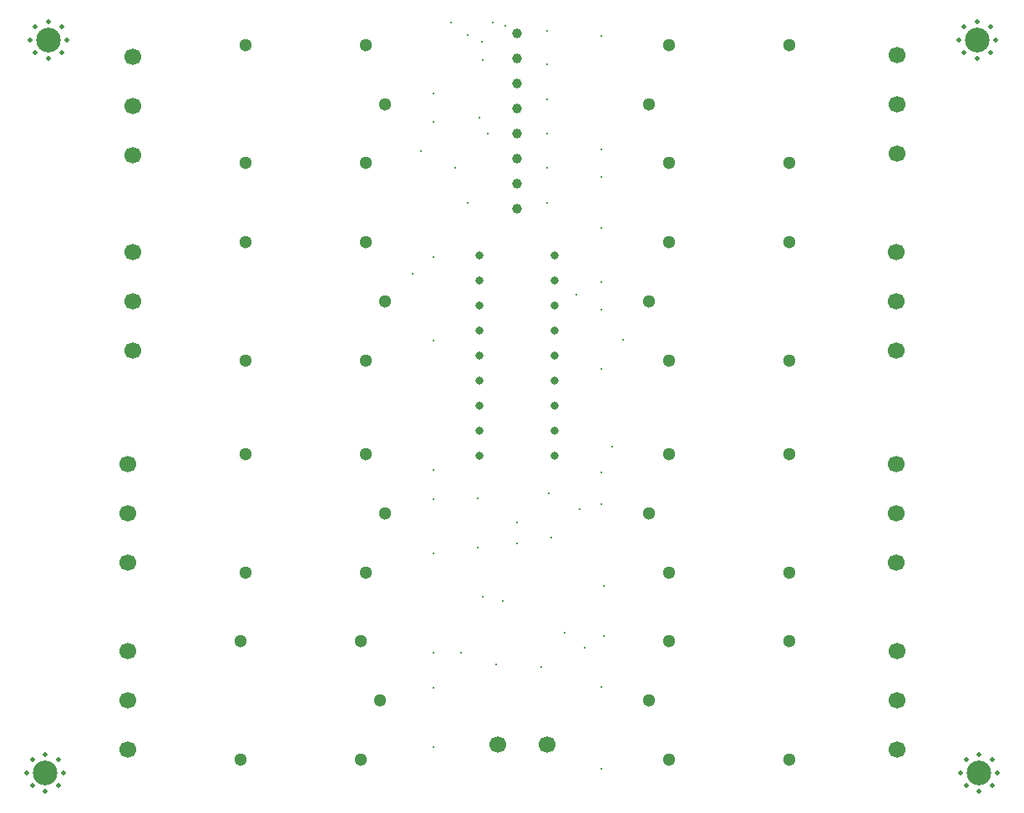
<source format=gbr>
%TF.GenerationSoftware,KiCad,Pcbnew,9.0.1*%
%TF.CreationDate,2025-07-11T18:37:43+05:30*%
%TF.ProjectId,relaymodule,72656c61-796d-46f6-9475-6c652e6b6963,rev?*%
%TF.SameCoordinates,Original*%
%TF.FileFunction,Plated,1,2,PTH,Drill*%
%TF.FilePolarity,Positive*%
%FSLAX46Y46*%
G04 Gerber Fmt 4.6, Leading zero omitted, Abs format (unit mm)*
G04 Created by KiCad (PCBNEW 9.0.1) date 2025-07-11 18:37:43*
%MOMM*%
%LPD*%
G01*
G04 APERTURE LIST*
%TA.AperFunction,ViaDrill*%
%ADD10C,0.300000*%
%TD*%
%TA.AperFunction,ComponentDrill*%
%ADD11C,0.500000*%
%TD*%
%TA.AperFunction,ComponentDrill*%
%ADD12C,0.800000*%
%TD*%
%TA.AperFunction,ComponentDrill*%
%ADD13C,1.000000*%
%TD*%
%TA.AperFunction,ComponentDrill*%
%ADD14C,1.300000*%
%TD*%
%TA.AperFunction,ComponentDrill*%
%ADD15C,1.700000*%
%TD*%
%TA.AperFunction,ComponentDrill*%
%ADD16C,2.500000*%
%TD*%
G04 APERTURE END LIST*
D10*
X138550000Y-86137421D03*
X139429424Y-73677090D03*
X140685000Y-67780000D03*
X140685000Y-70680000D03*
X140685000Y-84380000D03*
X140685000Y-92880000D03*
X140685000Y-105980000D03*
X140685000Y-108980000D03*
X140685000Y-114480000D03*
X140685000Y-124580000D03*
X140685000Y-128080000D03*
X140685000Y-134080000D03*
X142500000Y-60650000D03*
X142874825Y-75359751D03*
X143500000Y-124500000D03*
X144185000Y-61880000D03*
X144185000Y-78880000D03*
X145185000Y-108880000D03*
X145185000Y-113880000D03*
X145320258Y-70239342D03*
X145594560Y-62541922D03*
X145685000Y-118880000D03*
X145736000Y-64434907D03*
X146185000Y-71880000D03*
X146731598Y-60653432D03*
X147058203Y-125699964D03*
X147760037Y-119255037D03*
X148001893Y-60917346D03*
X149147500Y-111342500D03*
X149147500Y-113417500D03*
X151600760Y-126004924D03*
X152185000Y-64880000D03*
X152185000Y-68380000D03*
X152185000Y-71880000D03*
X152185000Y-75380000D03*
X152185000Y-78880000D03*
X152202676Y-61466972D03*
X152350000Y-108380000D03*
X152651000Y-112880000D03*
X154000000Y-122500000D03*
X155183830Y-88183830D03*
X155500000Y-110000000D03*
X156000000Y-124000000D03*
X157685000Y-61980000D03*
X157685000Y-73480000D03*
X157685000Y-76280000D03*
X157685000Y-81480000D03*
X157685000Y-86980000D03*
X157685000Y-89780000D03*
X157685000Y-95780000D03*
X157685000Y-106280000D03*
X157685000Y-109480000D03*
X157685000Y-127980000D03*
X157685000Y-136280000D03*
X157950000Y-117780000D03*
X157950000Y-122825971D03*
X158827585Y-103666283D03*
X159936000Y-92813465D03*
D11*
%TO.C,H3*%
X99484175Y-136705825D03*
%TO.C,H1*%
X99810000Y-62380000D03*
%TO.C,H3*%
X100033350Y-135380000D03*
X100033350Y-138031650D03*
%TO.C,H1*%
X100359175Y-61054175D03*
X100359175Y-63705825D03*
%TO.C,H3*%
X101359175Y-134830825D03*
X101359175Y-138580825D03*
%TO.C,H1*%
X101685000Y-60505000D03*
X101685000Y-64255000D03*
%TO.C,H3*%
X102685000Y-135380000D03*
X102685000Y-138031650D03*
%TO.C,H1*%
X103010825Y-61054175D03*
X103010825Y-63705825D03*
%TO.C,H3*%
X103234175Y-136705825D03*
%TO.C,H1*%
X103560000Y-62380000D03*
%TO.C,H2*%
X193935000Y-62380000D03*
%TO.C,H4*%
X194135825Y-136705825D03*
%TO.C,H2*%
X194484175Y-61054175D03*
X194484175Y-63705825D03*
%TO.C,H4*%
X194685000Y-135380000D03*
X194685000Y-138031650D03*
%TO.C,H2*%
X195810000Y-60505000D03*
X195810000Y-64255000D03*
%TO.C,H4*%
X196010825Y-134830825D03*
X196010825Y-138580825D03*
%TO.C,H2*%
X197135825Y-61054175D03*
X197135825Y-63705825D03*
%TO.C,H4*%
X197336650Y-135380000D03*
X197336650Y-138031650D03*
%TO.C,H2*%
X197685000Y-62380000D03*
%TO.C,H4*%
X197885825Y-136705825D03*
D12*
%TO.C,U1*%
X145380000Y-84220000D03*
X145380000Y-86760000D03*
X145380000Y-89300000D03*
X145380000Y-91840000D03*
X145380000Y-94380000D03*
X145380000Y-96920000D03*
X145380000Y-99460000D03*
X145380000Y-102000000D03*
X145380000Y-104540000D03*
X153000000Y-84220000D03*
X153000000Y-86760000D03*
X153000000Y-89300000D03*
X153000000Y-91840000D03*
X153000000Y-94380000D03*
X153000000Y-96920000D03*
X153000000Y-99460000D03*
X153000000Y-102000000D03*
X153000000Y-104540000D03*
D13*
%TO.C,J10*%
X149185000Y-61720000D03*
X149185000Y-64260000D03*
X149185000Y-66800000D03*
X149185000Y-69340000D03*
X149185000Y-71880000D03*
X149185000Y-74420000D03*
X149185000Y-76960000D03*
X149185000Y-79500000D03*
D14*
%TO.C,K4*%
X121112500Y-123380000D03*
X121112500Y-135380000D03*
%TO.C,K1*%
X121612500Y-62880000D03*
X121612500Y-74880000D03*
%TO.C,K2*%
X121612500Y-82880000D03*
X121612500Y-94880000D03*
%TO.C,K3*%
X121612500Y-104380000D03*
X121612500Y-116380000D03*
%TO.C,K4*%
X133312500Y-123380000D03*
X133312500Y-135380000D03*
%TO.C,K1*%
X133812500Y-62880000D03*
X133812500Y-74880000D03*
%TO.C,K2*%
X133812500Y-82880000D03*
X133812500Y-94880000D03*
%TO.C,K3*%
X133812500Y-104380000D03*
X133812500Y-116380000D03*
%TO.C,K4*%
X135312500Y-129380000D03*
%TO.C,K1*%
X135812500Y-68880000D03*
%TO.C,K2*%
X135812500Y-88880000D03*
%TO.C,K3*%
X135812500Y-110380000D03*
%TO.C,K5*%
X162557500Y-68880000D03*
%TO.C,K6*%
X162557500Y-88880000D03*
%TO.C,K7*%
X162557500Y-110380000D03*
%TO.C,K8*%
X162557500Y-129380000D03*
%TO.C,K5*%
X164557500Y-62880000D03*
X164557500Y-74880000D03*
%TO.C,K6*%
X164557500Y-82880000D03*
X164557500Y-94880000D03*
%TO.C,K7*%
X164557500Y-104380000D03*
X164557500Y-116380000D03*
%TO.C,K8*%
X164557500Y-123380000D03*
X164557500Y-135380000D03*
%TO.C,K5*%
X176757500Y-62880000D03*
X176757500Y-74880000D03*
%TO.C,K6*%
X176757500Y-82880000D03*
X176757500Y-94880000D03*
%TO.C,K7*%
X176757500Y-104380000D03*
X176757500Y-116380000D03*
%TO.C,K8*%
X176757500Y-123380000D03*
X176757500Y-135380000D03*
D15*
%TO.C,J3*%
X109685000Y-105380000D03*
X109685000Y-110380000D03*
X109685000Y-115380000D03*
%TO.C,J4*%
X109685000Y-124380000D03*
X109685000Y-129380000D03*
X109685000Y-134380000D03*
%TO.C,J1*%
X110185000Y-64102500D03*
X110185000Y-69102500D03*
X110185000Y-74102500D03*
%TO.C,J2*%
X110185000Y-83880000D03*
X110185000Y-88880000D03*
X110185000Y-93880000D03*
%TO.C,J9*%
X147185000Y-133880000D03*
X152185000Y-133880000D03*
%TO.C,J6*%
X187635000Y-83880000D03*
X187635000Y-88880000D03*
X187635000Y-93880000D03*
%TO.C,J7*%
X187635000Y-105380000D03*
X187635000Y-110380000D03*
X187635000Y-115380000D03*
%TO.C,J5*%
X187685000Y-63880000D03*
X187685000Y-68880000D03*
X187685000Y-73880000D03*
%TO.C,J8*%
X187685000Y-124380000D03*
X187685000Y-129380000D03*
X187685000Y-134380000D03*
D16*
%TO.C,H3*%
X101359175Y-136705825D03*
%TO.C,H1*%
X101685000Y-62380000D03*
%TO.C,H2*%
X195810000Y-62380000D03*
%TO.C,H4*%
X196010825Y-136705825D03*
M02*

</source>
